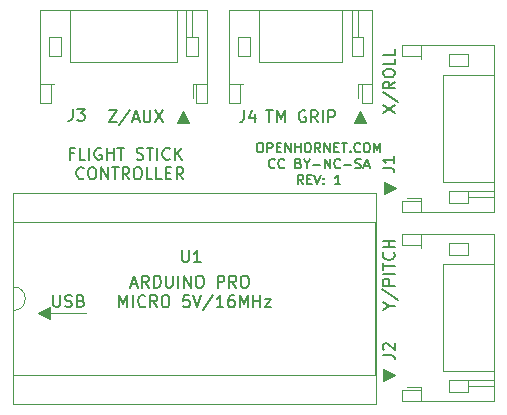
<source format=gbr>
%TF.GenerationSoftware,KiCad,Pcbnew,(5.1.9)-1*%
%TF.CreationDate,2021-10-16T13:54:30-06:00*%
%TF.ProjectId,stick_controller,73746963-6b5f-4636-9f6e-74726f6c6c65,rev?*%
%TF.SameCoordinates,Original*%
%TF.FileFunction,Legend,Top*%
%TF.FilePolarity,Positive*%
%FSLAX46Y46*%
G04 Gerber Fmt 4.6, Leading zero omitted, Abs format (unit mm)*
G04 Created by KiCad (PCBNEW (5.1.9)-1) date 2021-10-16 13:54:30*
%MOMM*%
%LPD*%
G01*
G04 APERTURE LIST*
%ADD10C,0.150000*%
%ADD11C,0.100000*%
%ADD12C,0.120000*%
G04 APERTURE END LIST*
D10*
X131452380Y-62211904D02*
X131604761Y-62211904D01*
X131680952Y-62250000D01*
X131757142Y-62326190D01*
X131795238Y-62478571D01*
X131795238Y-62745238D01*
X131757142Y-62897619D01*
X131680952Y-62973809D01*
X131604761Y-63011904D01*
X131452380Y-63011904D01*
X131376190Y-62973809D01*
X131300000Y-62897619D01*
X131261904Y-62745238D01*
X131261904Y-62478571D01*
X131300000Y-62326190D01*
X131376190Y-62250000D01*
X131452380Y-62211904D01*
X132138095Y-63011904D02*
X132138095Y-62211904D01*
X132442857Y-62211904D01*
X132519047Y-62250000D01*
X132557142Y-62288095D01*
X132595238Y-62364285D01*
X132595238Y-62478571D01*
X132557142Y-62554761D01*
X132519047Y-62592857D01*
X132442857Y-62630952D01*
X132138095Y-62630952D01*
X132938095Y-62592857D02*
X133204761Y-62592857D01*
X133319047Y-63011904D02*
X132938095Y-63011904D01*
X132938095Y-62211904D01*
X133319047Y-62211904D01*
X133661904Y-63011904D02*
X133661904Y-62211904D01*
X134119047Y-63011904D01*
X134119047Y-62211904D01*
X134500000Y-63011904D02*
X134500000Y-62211904D01*
X134500000Y-62592857D02*
X134957142Y-62592857D01*
X134957142Y-63011904D02*
X134957142Y-62211904D01*
X135490476Y-62211904D02*
X135642857Y-62211904D01*
X135719047Y-62250000D01*
X135795238Y-62326190D01*
X135833333Y-62478571D01*
X135833333Y-62745238D01*
X135795238Y-62897619D01*
X135719047Y-62973809D01*
X135642857Y-63011904D01*
X135490476Y-63011904D01*
X135414285Y-62973809D01*
X135338095Y-62897619D01*
X135300000Y-62745238D01*
X135300000Y-62478571D01*
X135338095Y-62326190D01*
X135414285Y-62250000D01*
X135490476Y-62211904D01*
X136633333Y-63011904D02*
X136366666Y-62630952D01*
X136176190Y-63011904D02*
X136176190Y-62211904D01*
X136480952Y-62211904D01*
X136557142Y-62250000D01*
X136595238Y-62288095D01*
X136633333Y-62364285D01*
X136633333Y-62478571D01*
X136595238Y-62554761D01*
X136557142Y-62592857D01*
X136480952Y-62630952D01*
X136176190Y-62630952D01*
X136976190Y-63011904D02*
X136976190Y-62211904D01*
X137433333Y-63011904D01*
X137433333Y-62211904D01*
X137814285Y-62592857D02*
X138080952Y-62592857D01*
X138195238Y-63011904D02*
X137814285Y-63011904D01*
X137814285Y-62211904D01*
X138195238Y-62211904D01*
X138423809Y-62211904D02*
X138880952Y-62211904D01*
X138652380Y-63011904D02*
X138652380Y-62211904D01*
X139147619Y-62935714D02*
X139185714Y-62973809D01*
X139147619Y-63011904D01*
X139109523Y-62973809D01*
X139147619Y-62935714D01*
X139147619Y-63011904D01*
X139985714Y-62935714D02*
X139947619Y-62973809D01*
X139833333Y-63011904D01*
X139757142Y-63011904D01*
X139642857Y-62973809D01*
X139566666Y-62897619D01*
X139528571Y-62821428D01*
X139490476Y-62669047D01*
X139490476Y-62554761D01*
X139528571Y-62402380D01*
X139566666Y-62326190D01*
X139642857Y-62250000D01*
X139757142Y-62211904D01*
X139833333Y-62211904D01*
X139947619Y-62250000D01*
X139985714Y-62288095D01*
X140480952Y-62211904D02*
X140633333Y-62211904D01*
X140709523Y-62250000D01*
X140785714Y-62326190D01*
X140823809Y-62478571D01*
X140823809Y-62745238D01*
X140785714Y-62897619D01*
X140709523Y-62973809D01*
X140633333Y-63011904D01*
X140480952Y-63011904D01*
X140404761Y-62973809D01*
X140328571Y-62897619D01*
X140290476Y-62745238D01*
X140290476Y-62478571D01*
X140328571Y-62326190D01*
X140404761Y-62250000D01*
X140480952Y-62211904D01*
X141166666Y-63011904D02*
X141166666Y-62211904D01*
X141433333Y-62783333D01*
X141700000Y-62211904D01*
X141700000Y-63011904D01*
X132766666Y-64285714D02*
X132728571Y-64323809D01*
X132614285Y-64361904D01*
X132538095Y-64361904D01*
X132423809Y-64323809D01*
X132347619Y-64247619D01*
X132309523Y-64171428D01*
X132271428Y-64019047D01*
X132271428Y-63904761D01*
X132309523Y-63752380D01*
X132347619Y-63676190D01*
X132423809Y-63600000D01*
X132538095Y-63561904D01*
X132614285Y-63561904D01*
X132728571Y-63600000D01*
X132766666Y-63638095D01*
X133566666Y-64285714D02*
X133528571Y-64323809D01*
X133414285Y-64361904D01*
X133338095Y-64361904D01*
X133223809Y-64323809D01*
X133147619Y-64247619D01*
X133109523Y-64171428D01*
X133071428Y-64019047D01*
X133071428Y-63904761D01*
X133109523Y-63752380D01*
X133147619Y-63676190D01*
X133223809Y-63600000D01*
X133338095Y-63561904D01*
X133414285Y-63561904D01*
X133528571Y-63600000D01*
X133566666Y-63638095D01*
X134785714Y-63942857D02*
X134900000Y-63980952D01*
X134938095Y-64019047D01*
X134976190Y-64095238D01*
X134976190Y-64209523D01*
X134938095Y-64285714D01*
X134900000Y-64323809D01*
X134823809Y-64361904D01*
X134519047Y-64361904D01*
X134519047Y-63561904D01*
X134785714Y-63561904D01*
X134861904Y-63600000D01*
X134900000Y-63638095D01*
X134938095Y-63714285D01*
X134938095Y-63790476D01*
X134900000Y-63866666D01*
X134861904Y-63904761D01*
X134785714Y-63942857D01*
X134519047Y-63942857D01*
X135471428Y-63980952D02*
X135471428Y-64361904D01*
X135204761Y-63561904D02*
X135471428Y-63980952D01*
X135738095Y-63561904D01*
X136004761Y-64057142D02*
X136614285Y-64057142D01*
X136995238Y-64361904D02*
X136995238Y-63561904D01*
X137452380Y-64361904D01*
X137452380Y-63561904D01*
X138290476Y-64285714D02*
X138252380Y-64323809D01*
X138138095Y-64361904D01*
X138061904Y-64361904D01*
X137947619Y-64323809D01*
X137871428Y-64247619D01*
X137833333Y-64171428D01*
X137795238Y-64019047D01*
X137795238Y-63904761D01*
X137833333Y-63752380D01*
X137871428Y-63676190D01*
X137947619Y-63600000D01*
X138061904Y-63561904D01*
X138138095Y-63561904D01*
X138252380Y-63600000D01*
X138290476Y-63638095D01*
X138633333Y-64057142D02*
X139242857Y-64057142D01*
X139585714Y-64323809D02*
X139700000Y-64361904D01*
X139890476Y-64361904D01*
X139966666Y-64323809D01*
X140004761Y-64285714D01*
X140042857Y-64209523D01*
X140042857Y-64133333D01*
X140004761Y-64057142D01*
X139966666Y-64019047D01*
X139890476Y-63980952D01*
X139738095Y-63942857D01*
X139661904Y-63904761D01*
X139623809Y-63866666D01*
X139585714Y-63790476D01*
X139585714Y-63714285D01*
X139623809Y-63638095D01*
X139661904Y-63600000D01*
X139738095Y-63561904D01*
X139928571Y-63561904D01*
X140042857Y-63600000D01*
X140347619Y-64133333D02*
X140728571Y-64133333D01*
X140271428Y-64361904D02*
X140538095Y-63561904D01*
X140804761Y-64361904D01*
X135166666Y-65711904D02*
X134900000Y-65330952D01*
X134709523Y-65711904D02*
X134709523Y-64911904D01*
X135014285Y-64911904D01*
X135090476Y-64950000D01*
X135128571Y-64988095D01*
X135166666Y-65064285D01*
X135166666Y-65178571D01*
X135128571Y-65254761D01*
X135090476Y-65292857D01*
X135014285Y-65330952D01*
X134709523Y-65330952D01*
X135509523Y-65292857D02*
X135776190Y-65292857D01*
X135890476Y-65711904D02*
X135509523Y-65711904D01*
X135509523Y-64911904D01*
X135890476Y-64911904D01*
X136119047Y-64911904D02*
X136385714Y-65711904D01*
X136652380Y-64911904D01*
X136919047Y-65635714D02*
X136957142Y-65673809D01*
X136919047Y-65711904D01*
X136880952Y-65673809D01*
X136919047Y-65635714D01*
X136919047Y-65711904D01*
X136919047Y-65216666D02*
X136957142Y-65254761D01*
X136919047Y-65292857D01*
X136880952Y-65254761D01*
X136919047Y-65216666D01*
X136919047Y-65292857D01*
X138328571Y-65711904D02*
X137871428Y-65711904D01*
X138100000Y-65711904D02*
X138100000Y-64911904D01*
X138023809Y-65026190D01*
X137947619Y-65102380D01*
X137871428Y-65140476D01*
X115738095Y-63103571D02*
X115404761Y-63103571D01*
X115404761Y-63627380D02*
X115404761Y-62627380D01*
X115880952Y-62627380D01*
X116738095Y-63627380D02*
X116261904Y-63627380D01*
X116261904Y-62627380D01*
X117071428Y-63627380D02*
X117071428Y-62627380D01*
X118071428Y-62675000D02*
X117976190Y-62627380D01*
X117833333Y-62627380D01*
X117690476Y-62675000D01*
X117595238Y-62770238D01*
X117547619Y-62865476D01*
X117500000Y-63055952D01*
X117500000Y-63198809D01*
X117547619Y-63389285D01*
X117595238Y-63484523D01*
X117690476Y-63579761D01*
X117833333Y-63627380D01*
X117928571Y-63627380D01*
X118071428Y-63579761D01*
X118119047Y-63532142D01*
X118119047Y-63198809D01*
X117928571Y-63198809D01*
X118547619Y-63627380D02*
X118547619Y-62627380D01*
X118547619Y-63103571D02*
X119119047Y-63103571D01*
X119119047Y-63627380D02*
X119119047Y-62627380D01*
X119452380Y-62627380D02*
X120023809Y-62627380D01*
X119738095Y-63627380D02*
X119738095Y-62627380D01*
X121071428Y-63579761D02*
X121214285Y-63627380D01*
X121452380Y-63627380D01*
X121547619Y-63579761D01*
X121595238Y-63532142D01*
X121642857Y-63436904D01*
X121642857Y-63341666D01*
X121595238Y-63246428D01*
X121547619Y-63198809D01*
X121452380Y-63151190D01*
X121261904Y-63103571D01*
X121166666Y-63055952D01*
X121119047Y-63008333D01*
X121071428Y-62913095D01*
X121071428Y-62817857D01*
X121119047Y-62722619D01*
X121166666Y-62675000D01*
X121261904Y-62627380D01*
X121500000Y-62627380D01*
X121642857Y-62675000D01*
X121928571Y-62627380D02*
X122500000Y-62627380D01*
X122214285Y-63627380D02*
X122214285Y-62627380D01*
X122833333Y-63627380D02*
X122833333Y-62627380D01*
X123880952Y-63532142D02*
X123833333Y-63579761D01*
X123690476Y-63627380D01*
X123595238Y-63627380D01*
X123452380Y-63579761D01*
X123357142Y-63484523D01*
X123309523Y-63389285D01*
X123261904Y-63198809D01*
X123261904Y-63055952D01*
X123309523Y-62865476D01*
X123357142Y-62770238D01*
X123452380Y-62675000D01*
X123595238Y-62627380D01*
X123690476Y-62627380D01*
X123833333Y-62675000D01*
X123880952Y-62722619D01*
X124309523Y-63627380D02*
X124309523Y-62627380D01*
X124880952Y-63627380D02*
X124452380Y-63055952D01*
X124880952Y-62627380D02*
X124309523Y-63198809D01*
X116595238Y-65182142D02*
X116547619Y-65229761D01*
X116404761Y-65277380D01*
X116309523Y-65277380D01*
X116166666Y-65229761D01*
X116071428Y-65134523D01*
X116023809Y-65039285D01*
X115976190Y-64848809D01*
X115976190Y-64705952D01*
X116023809Y-64515476D01*
X116071428Y-64420238D01*
X116166666Y-64325000D01*
X116309523Y-64277380D01*
X116404761Y-64277380D01*
X116547619Y-64325000D01*
X116595238Y-64372619D01*
X117214285Y-64277380D02*
X117404761Y-64277380D01*
X117500000Y-64325000D01*
X117595238Y-64420238D01*
X117642857Y-64610714D01*
X117642857Y-64944047D01*
X117595238Y-65134523D01*
X117500000Y-65229761D01*
X117404761Y-65277380D01*
X117214285Y-65277380D01*
X117119047Y-65229761D01*
X117023809Y-65134523D01*
X116976190Y-64944047D01*
X116976190Y-64610714D01*
X117023809Y-64420238D01*
X117119047Y-64325000D01*
X117214285Y-64277380D01*
X118071428Y-65277380D02*
X118071428Y-64277380D01*
X118642857Y-65277380D01*
X118642857Y-64277380D01*
X118976190Y-64277380D02*
X119547619Y-64277380D01*
X119261904Y-65277380D02*
X119261904Y-64277380D01*
X120452380Y-65277380D02*
X120119047Y-64801190D01*
X119880952Y-65277380D02*
X119880952Y-64277380D01*
X120261904Y-64277380D01*
X120357142Y-64325000D01*
X120404761Y-64372619D01*
X120452380Y-64467857D01*
X120452380Y-64610714D01*
X120404761Y-64705952D01*
X120357142Y-64753571D01*
X120261904Y-64801190D01*
X119880952Y-64801190D01*
X121071428Y-64277380D02*
X121261904Y-64277380D01*
X121357142Y-64325000D01*
X121452380Y-64420238D01*
X121500000Y-64610714D01*
X121500000Y-64944047D01*
X121452380Y-65134523D01*
X121357142Y-65229761D01*
X121261904Y-65277380D01*
X121071428Y-65277380D01*
X120976190Y-65229761D01*
X120880952Y-65134523D01*
X120833333Y-64944047D01*
X120833333Y-64610714D01*
X120880952Y-64420238D01*
X120976190Y-64325000D01*
X121071428Y-64277380D01*
X122404761Y-65277380D02*
X121928571Y-65277380D01*
X121928571Y-64277380D01*
X123214285Y-65277380D02*
X122738095Y-65277380D01*
X122738095Y-64277380D01*
X123547619Y-64753571D02*
X123880952Y-64753571D01*
X124023809Y-65277380D02*
X123547619Y-65277380D01*
X123547619Y-64277380D01*
X124023809Y-64277380D01*
X125023809Y-65277380D02*
X124690476Y-64801190D01*
X124452380Y-65277380D02*
X124452380Y-64277380D01*
X124833333Y-64277380D01*
X124928571Y-64325000D01*
X124976190Y-64372619D01*
X125023809Y-64467857D01*
X125023809Y-64610714D01*
X124976190Y-64705952D01*
X124928571Y-64753571D01*
X124833333Y-64801190D01*
X124452380Y-64801190D01*
D11*
G36*
X125500000Y-60500000D02*
G01*
X124500000Y-60500000D01*
X125000000Y-59500000D01*
X125500000Y-60500000D01*
G37*
X125500000Y-60500000D02*
X124500000Y-60500000D01*
X125000000Y-59500000D01*
X125500000Y-60500000D01*
G36*
X140500000Y-60500000D02*
G01*
X139500000Y-60500000D01*
X140000000Y-59500000D01*
X140500000Y-60500000D01*
G37*
X140500000Y-60500000D02*
X139500000Y-60500000D01*
X140000000Y-59500000D01*
X140500000Y-60500000D01*
G36*
X143000000Y-66000000D02*
G01*
X142000000Y-66500000D01*
X142000000Y-65500000D01*
X143000000Y-66000000D01*
G37*
X143000000Y-66000000D02*
X142000000Y-66500000D01*
X142000000Y-65500000D01*
X143000000Y-66000000D01*
G36*
X142976000Y-81830000D02*
G01*
X141976000Y-82330000D01*
X141976000Y-81330000D01*
X142976000Y-81830000D01*
G37*
X142976000Y-81830000D02*
X141976000Y-82330000D01*
X141976000Y-81330000D01*
X142976000Y-81830000D01*
D10*
X120642666Y-74171666D02*
X121118857Y-74171666D01*
X120547428Y-74457380D02*
X120880761Y-73457380D01*
X121214095Y-74457380D01*
X122118857Y-74457380D02*
X121785523Y-73981190D01*
X121547428Y-74457380D02*
X121547428Y-73457380D01*
X121928380Y-73457380D01*
X122023619Y-73505000D01*
X122071238Y-73552619D01*
X122118857Y-73647857D01*
X122118857Y-73790714D01*
X122071238Y-73885952D01*
X122023619Y-73933571D01*
X121928380Y-73981190D01*
X121547428Y-73981190D01*
X122547428Y-74457380D02*
X122547428Y-73457380D01*
X122785523Y-73457380D01*
X122928380Y-73505000D01*
X123023619Y-73600238D01*
X123071238Y-73695476D01*
X123118857Y-73885952D01*
X123118857Y-74028809D01*
X123071238Y-74219285D01*
X123023619Y-74314523D01*
X122928380Y-74409761D01*
X122785523Y-74457380D01*
X122547428Y-74457380D01*
X123547428Y-73457380D02*
X123547428Y-74266904D01*
X123595047Y-74362142D01*
X123642666Y-74409761D01*
X123737904Y-74457380D01*
X123928380Y-74457380D01*
X124023619Y-74409761D01*
X124071238Y-74362142D01*
X124118857Y-74266904D01*
X124118857Y-73457380D01*
X124595047Y-74457380D02*
X124595047Y-73457380D01*
X125071238Y-74457380D02*
X125071238Y-73457380D01*
X125642666Y-74457380D01*
X125642666Y-73457380D01*
X126309333Y-73457380D02*
X126499809Y-73457380D01*
X126595047Y-73505000D01*
X126690285Y-73600238D01*
X126737904Y-73790714D01*
X126737904Y-74124047D01*
X126690285Y-74314523D01*
X126595047Y-74409761D01*
X126499809Y-74457380D01*
X126309333Y-74457380D01*
X126214095Y-74409761D01*
X126118857Y-74314523D01*
X126071238Y-74124047D01*
X126071238Y-73790714D01*
X126118857Y-73600238D01*
X126214095Y-73505000D01*
X126309333Y-73457380D01*
X127928380Y-74457380D02*
X127928380Y-73457380D01*
X128309333Y-73457380D01*
X128404571Y-73505000D01*
X128452190Y-73552619D01*
X128499809Y-73647857D01*
X128499809Y-73790714D01*
X128452190Y-73885952D01*
X128404571Y-73933571D01*
X128309333Y-73981190D01*
X127928380Y-73981190D01*
X129499809Y-74457380D02*
X129166476Y-73981190D01*
X128928380Y-74457380D02*
X128928380Y-73457380D01*
X129309333Y-73457380D01*
X129404571Y-73505000D01*
X129452190Y-73552619D01*
X129499809Y-73647857D01*
X129499809Y-73790714D01*
X129452190Y-73885952D01*
X129404571Y-73933571D01*
X129309333Y-73981190D01*
X128928380Y-73981190D01*
X130118857Y-73457380D02*
X130309333Y-73457380D01*
X130404571Y-73505000D01*
X130499809Y-73600238D01*
X130547428Y-73790714D01*
X130547428Y-74124047D01*
X130499809Y-74314523D01*
X130404571Y-74409761D01*
X130309333Y-74457380D01*
X130118857Y-74457380D01*
X130023619Y-74409761D01*
X129928380Y-74314523D01*
X129880761Y-74124047D01*
X129880761Y-73790714D01*
X129928380Y-73600238D01*
X130023619Y-73505000D01*
X130118857Y-73457380D01*
X119618857Y-76107380D02*
X119618857Y-75107380D01*
X119952190Y-75821666D01*
X120285523Y-75107380D01*
X120285523Y-76107380D01*
X120761714Y-76107380D02*
X120761714Y-75107380D01*
X121809333Y-76012142D02*
X121761714Y-76059761D01*
X121618857Y-76107380D01*
X121523619Y-76107380D01*
X121380761Y-76059761D01*
X121285523Y-75964523D01*
X121237904Y-75869285D01*
X121190285Y-75678809D01*
X121190285Y-75535952D01*
X121237904Y-75345476D01*
X121285523Y-75250238D01*
X121380761Y-75155000D01*
X121523619Y-75107380D01*
X121618857Y-75107380D01*
X121761714Y-75155000D01*
X121809333Y-75202619D01*
X122809333Y-76107380D02*
X122476000Y-75631190D01*
X122237904Y-76107380D02*
X122237904Y-75107380D01*
X122618857Y-75107380D01*
X122714095Y-75155000D01*
X122761714Y-75202619D01*
X122809333Y-75297857D01*
X122809333Y-75440714D01*
X122761714Y-75535952D01*
X122714095Y-75583571D01*
X122618857Y-75631190D01*
X122237904Y-75631190D01*
X123428380Y-75107380D02*
X123618857Y-75107380D01*
X123714095Y-75155000D01*
X123809333Y-75250238D01*
X123856952Y-75440714D01*
X123856952Y-75774047D01*
X123809333Y-75964523D01*
X123714095Y-76059761D01*
X123618857Y-76107380D01*
X123428380Y-76107380D01*
X123333142Y-76059761D01*
X123237904Y-75964523D01*
X123190285Y-75774047D01*
X123190285Y-75440714D01*
X123237904Y-75250238D01*
X123333142Y-75155000D01*
X123428380Y-75107380D01*
X125523619Y-75107380D02*
X125047428Y-75107380D01*
X124999809Y-75583571D01*
X125047428Y-75535952D01*
X125142666Y-75488333D01*
X125380761Y-75488333D01*
X125476000Y-75535952D01*
X125523619Y-75583571D01*
X125571238Y-75678809D01*
X125571238Y-75916904D01*
X125523619Y-76012142D01*
X125476000Y-76059761D01*
X125380761Y-76107380D01*
X125142666Y-76107380D01*
X125047428Y-76059761D01*
X124999809Y-76012142D01*
X125856952Y-75107380D02*
X126190285Y-76107380D01*
X126523619Y-75107380D01*
X127571238Y-75059761D02*
X126714095Y-76345476D01*
X128428380Y-76107380D02*
X127856952Y-76107380D01*
X128142666Y-76107380D02*
X128142666Y-75107380D01*
X128047428Y-75250238D01*
X127952190Y-75345476D01*
X127856952Y-75393095D01*
X129285523Y-75107380D02*
X129095047Y-75107380D01*
X128999809Y-75155000D01*
X128952190Y-75202619D01*
X128856952Y-75345476D01*
X128809333Y-75535952D01*
X128809333Y-75916904D01*
X128856952Y-76012142D01*
X128904571Y-76059761D01*
X128999809Y-76107380D01*
X129190285Y-76107380D01*
X129285523Y-76059761D01*
X129333142Y-76012142D01*
X129380761Y-75916904D01*
X129380761Y-75678809D01*
X129333142Y-75583571D01*
X129285523Y-75535952D01*
X129190285Y-75488333D01*
X128999809Y-75488333D01*
X128904571Y-75535952D01*
X128856952Y-75583571D01*
X128809333Y-75678809D01*
X129809333Y-76107380D02*
X129809333Y-75107380D01*
X130142666Y-75821666D01*
X130476000Y-75107380D01*
X130476000Y-76107380D01*
X130952190Y-76107380D02*
X130952190Y-75107380D01*
X130952190Y-75583571D02*
X131523619Y-75583571D01*
X131523619Y-76107380D02*
X131523619Y-75107380D01*
X131904571Y-75440714D02*
X132428380Y-75440714D01*
X131904571Y-76107380D01*
X132428380Y-76107380D01*
D11*
G36*
X113754000Y-77084000D02*
G01*
X112754000Y-76584000D01*
X113754000Y-76084000D01*
X113754000Y-77084000D01*
G37*
X113754000Y-77084000D02*
X112754000Y-76584000D01*
X113754000Y-76084000D01*
X113754000Y-77084000D01*
D12*
X113754000Y-76584000D02*
X116754000Y-76584000D01*
D10*
X114020095Y-75104380D02*
X114020095Y-75913904D01*
X114067714Y-76009142D01*
X114115333Y-76056761D01*
X114210571Y-76104380D01*
X114401047Y-76104380D01*
X114496285Y-76056761D01*
X114543904Y-76009142D01*
X114591523Y-75913904D01*
X114591523Y-75104380D01*
X115020095Y-76056761D02*
X115162952Y-76104380D01*
X115401047Y-76104380D01*
X115496285Y-76056761D01*
X115543904Y-76009142D01*
X115591523Y-75913904D01*
X115591523Y-75818666D01*
X115543904Y-75723428D01*
X115496285Y-75675809D01*
X115401047Y-75628190D01*
X115210571Y-75580571D01*
X115115333Y-75532952D01*
X115067714Y-75485333D01*
X115020095Y-75390095D01*
X115020095Y-75294857D01*
X115067714Y-75199619D01*
X115115333Y-75152000D01*
X115210571Y-75104380D01*
X115448666Y-75104380D01*
X115591523Y-75152000D01*
X116353428Y-75580571D02*
X116496285Y-75628190D01*
X116543904Y-75675809D01*
X116591523Y-75771047D01*
X116591523Y-75913904D01*
X116543904Y-76009142D01*
X116496285Y-76056761D01*
X116401047Y-76104380D01*
X116020095Y-76104380D01*
X116020095Y-75104380D01*
X116353428Y-75104380D01*
X116448666Y-75152000D01*
X116496285Y-75199619D01*
X116543904Y-75294857D01*
X116543904Y-75390095D01*
X116496285Y-75485333D01*
X116448666Y-75532952D01*
X116353428Y-75580571D01*
X116020095Y-75580571D01*
D12*
%TO.C,U1*%
X110590000Y-66448000D02*
X110590000Y-84348000D01*
X141310000Y-66448000D02*
X110590000Y-66448000D01*
X141310000Y-84348000D02*
X141310000Y-66448000D01*
X110590000Y-84348000D02*
X141310000Y-84348000D01*
X110650000Y-68938000D02*
X110650000Y-74398000D01*
X141250000Y-68938000D02*
X110650000Y-68938000D01*
X141250000Y-81858000D02*
X141250000Y-68938000D01*
X110650000Y-81858000D02*
X141250000Y-81858000D01*
X110650000Y-76398000D02*
X110650000Y-81858000D01*
X110650000Y-74398000D02*
G75*
G02*
X110650000Y-76398000I0J-1000000D01*
G01*
%TO.C,J4*%
X139836000Y-57190000D02*
X139836000Y-58405000D01*
X139776000Y-53230000D02*
X139776000Y-50970000D01*
X139276000Y-53230000D02*
X139276000Y-50970000D01*
X130676000Y-54830000D02*
X129676000Y-54830000D01*
X130676000Y-53230000D02*
X130676000Y-54830000D01*
X129676000Y-53230000D02*
X130676000Y-53230000D01*
X129676000Y-54830000D02*
X129676000Y-53230000D01*
X139276000Y-54830000D02*
X140276000Y-54830000D01*
X139276000Y-53230000D02*
X139276000Y-54830000D01*
X140276000Y-53230000D02*
X139276000Y-53230000D01*
X140276000Y-54830000D02*
X140276000Y-53230000D01*
X128916000Y-57190000D02*
X129836000Y-57190000D01*
X141036000Y-57190000D02*
X140116000Y-57190000D01*
X131476000Y-55330000D02*
X131476000Y-50970000D01*
X138476000Y-55330000D02*
X131476000Y-55330000D01*
X138476000Y-50970000D02*
X138476000Y-55330000D01*
X129836000Y-57190000D02*
X130116000Y-57190000D01*
X129836000Y-58790000D02*
X129836000Y-57190000D01*
X128916000Y-58790000D02*
X129836000Y-58790000D01*
X128916000Y-50970000D02*
X128916000Y-58790000D01*
X141036000Y-50970000D02*
X128916000Y-50970000D01*
X141036000Y-58790000D02*
X141036000Y-50970000D01*
X140116000Y-58790000D02*
X141036000Y-58790000D01*
X140116000Y-57190000D02*
X140116000Y-58790000D01*
X139836000Y-57190000D02*
X140116000Y-57190000D01*
%TO.C,J3*%
X125836000Y-57190000D02*
X125836000Y-58405000D01*
X125776000Y-53230000D02*
X125776000Y-50970000D01*
X125276000Y-53230000D02*
X125276000Y-50970000D01*
X114676000Y-54830000D02*
X113676000Y-54830000D01*
X114676000Y-53230000D02*
X114676000Y-54830000D01*
X113676000Y-53230000D02*
X114676000Y-53230000D01*
X113676000Y-54830000D02*
X113676000Y-53230000D01*
X125276000Y-54830000D02*
X126276000Y-54830000D01*
X125276000Y-53230000D02*
X125276000Y-54830000D01*
X126276000Y-53230000D02*
X125276000Y-53230000D01*
X126276000Y-54830000D02*
X126276000Y-53230000D01*
X112916000Y-57190000D02*
X113836000Y-57190000D01*
X127036000Y-57190000D02*
X126116000Y-57190000D01*
X115476000Y-55330000D02*
X115476000Y-50970000D01*
X124476000Y-55330000D02*
X115476000Y-55330000D01*
X124476000Y-50970000D02*
X124476000Y-55330000D01*
X113836000Y-57190000D02*
X114116000Y-57190000D01*
X113836000Y-58790000D02*
X113836000Y-57190000D01*
X112916000Y-58790000D02*
X113836000Y-58790000D01*
X112916000Y-50970000D02*
X112916000Y-58790000D01*
X127036000Y-50970000D02*
X112916000Y-50970000D01*
X127036000Y-58790000D02*
X127036000Y-50970000D01*
X126116000Y-58790000D02*
X127036000Y-58790000D01*
X126116000Y-57190000D02*
X126116000Y-58790000D01*
X125836000Y-57190000D02*
X126116000Y-57190000D01*
%TO.C,J2*%
X145140000Y-82860000D02*
X143925000Y-82860000D01*
X149100000Y-82800000D02*
X151360000Y-82800000D01*
X149100000Y-82300000D02*
X151360000Y-82300000D01*
X147500000Y-71700000D02*
X147500000Y-70700000D01*
X149100000Y-71700000D02*
X147500000Y-71700000D01*
X149100000Y-70700000D02*
X149100000Y-71700000D01*
X147500000Y-70700000D02*
X149100000Y-70700000D01*
X147500000Y-82300000D02*
X147500000Y-83300000D01*
X149100000Y-82300000D02*
X147500000Y-82300000D01*
X149100000Y-83300000D02*
X149100000Y-82300000D01*
X147500000Y-83300000D02*
X149100000Y-83300000D01*
X145140000Y-69940000D02*
X145140000Y-70860000D01*
X145140000Y-84060000D02*
X145140000Y-83140000D01*
X147000000Y-72500000D02*
X151360000Y-72500000D01*
X147000000Y-81500000D02*
X147000000Y-72500000D01*
X151360000Y-81500000D02*
X147000000Y-81500000D01*
X145140000Y-70860000D02*
X145140000Y-71140000D01*
X143540000Y-70860000D02*
X145140000Y-70860000D01*
X143540000Y-69940000D02*
X143540000Y-70860000D01*
X151360000Y-69940000D02*
X143540000Y-69940000D01*
X151360000Y-84060000D02*
X151360000Y-69940000D01*
X143540000Y-84060000D02*
X151360000Y-84060000D01*
X143540000Y-83140000D02*
X143540000Y-84060000D01*
X145140000Y-83140000D02*
X143540000Y-83140000D01*
X145140000Y-82860000D02*
X145140000Y-83140000D01*
%TO.C,J1*%
X145140000Y-66860000D02*
X143925000Y-66860000D01*
X149100000Y-66800000D02*
X151360000Y-66800000D01*
X149100000Y-66300000D02*
X151360000Y-66300000D01*
X147500000Y-55700000D02*
X147500000Y-54700000D01*
X149100000Y-55700000D02*
X147500000Y-55700000D01*
X149100000Y-54700000D02*
X149100000Y-55700000D01*
X147500000Y-54700000D02*
X149100000Y-54700000D01*
X147500000Y-66300000D02*
X147500000Y-67300000D01*
X149100000Y-66300000D02*
X147500000Y-66300000D01*
X149100000Y-67300000D02*
X149100000Y-66300000D01*
X147500000Y-67300000D02*
X149100000Y-67300000D01*
X145140000Y-53940000D02*
X145140000Y-54860000D01*
X145140000Y-68060000D02*
X145140000Y-67140000D01*
X147000000Y-56500000D02*
X151360000Y-56500000D01*
X147000000Y-65500000D02*
X147000000Y-56500000D01*
X151360000Y-65500000D02*
X147000000Y-65500000D01*
X145140000Y-54860000D02*
X145140000Y-55140000D01*
X143540000Y-54860000D02*
X145140000Y-54860000D01*
X143540000Y-53940000D02*
X143540000Y-54860000D01*
X151360000Y-53940000D02*
X143540000Y-53940000D01*
X151360000Y-68060000D02*
X151360000Y-53940000D01*
X143540000Y-68060000D02*
X151360000Y-68060000D01*
X143540000Y-67140000D02*
X143540000Y-68060000D01*
X145140000Y-67140000D02*
X143540000Y-67140000D01*
X145140000Y-66860000D02*
X145140000Y-67140000D01*
%TO.C,U1*%
D10*
X124934095Y-71294380D02*
X124934095Y-72103904D01*
X124981714Y-72199142D01*
X125029333Y-72246761D01*
X125124571Y-72294380D01*
X125315047Y-72294380D01*
X125410285Y-72246761D01*
X125457904Y-72199142D01*
X125505523Y-72103904D01*
X125505523Y-71294380D01*
X126505523Y-72294380D02*
X125934095Y-72294380D01*
X126219809Y-72294380D02*
X126219809Y-71294380D01*
X126124571Y-71437238D01*
X126029333Y-71532476D01*
X125934095Y-71580095D01*
%TO.C,J4*%
X130166666Y-59452380D02*
X130166666Y-60166666D01*
X130119047Y-60309523D01*
X130023809Y-60404761D01*
X129880952Y-60452380D01*
X129785714Y-60452380D01*
X131071428Y-59785714D02*
X131071428Y-60452380D01*
X130833333Y-59404761D02*
X130595238Y-60119047D01*
X131214285Y-60119047D01*
X132023809Y-59452380D02*
X132595238Y-59452380D01*
X132309523Y-60452380D02*
X132309523Y-59452380D01*
X132928571Y-60452380D02*
X132928571Y-59452380D01*
X133261904Y-60166666D01*
X133595238Y-59452380D01*
X133595238Y-60452380D01*
X135357142Y-59500000D02*
X135261904Y-59452380D01*
X135119047Y-59452380D01*
X134976190Y-59500000D01*
X134880952Y-59595238D01*
X134833333Y-59690476D01*
X134785714Y-59880952D01*
X134785714Y-60023809D01*
X134833333Y-60214285D01*
X134880952Y-60309523D01*
X134976190Y-60404761D01*
X135119047Y-60452380D01*
X135214285Y-60452380D01*
X135357142Y-60404761D01*
X135404761Y-60357142D01*
X135404761Y-60023809D01*
X135214285Y-60023809D01*
X136404761Y-60452380D02*
X136071428Y-59976190D01*
X135833333Y-60452380D02*
X135833333Y-59452380D01*
X136214285Y-59452380D01*
X136309523Y-59500000D01*
X136357142Y-59547619D01*
X136404761Y-59642857D01*
X136404761Y-59785714D01*
X136357142Y-59880952D01*
X136309523Y-59928571D01*
X136214285Y-59976190D01*
X135833333Y-59976190D01*
X136833333Y-60452380D02*
X136833333Y-59452380D01*
X137309523Y-60452380D02*
X137309523Y-59452380D01*
X137690476Y-59452380D01*
X137785714Y-59500000D01*
X137833333Y-59547619D01*
X137880952Y-59642857D01*
X137880952Y-59785714D01*
X137833333Y-59880952D01*
X137785714Y-59928571D01*
X137690476Y-59976190D01*
X137309523Y-59976190D01*
%TO.C,J3*%
X115666666Y-59332380D02*
X115666666Y-60046666D01*
X115619047Y-60189523D01*
X115523809Y-60284761D01*
X115380952Y-60332380D01*
X115285714Y-60332380D01*
X116047619Y-59332380D02*
X116666666Y-59332380D01*
X116333333Y-59713333D01*
X116476190Y-59713333D01*
X116571428Y-59760952D01*
X116619047Y-59808571D01*
X116666666Y-59903809D01*
X116666666Y-60141904D01*
X116619047Y-60237142D01*
X116571428Y-60284761D01*
X116476190Y-60332380D01*
X116190476Y-60332380D01*
X116095238Y-60284761D01*
X116047619Y-60237142D01*
X118714285Y-59452380D02*
X119380952Y-59452380D01*
X118714285Y-60452380D01*
X119380952Y-60452380D01*
X120476190Y-59404761D02*
X119619047Y-60690476D01*
X120761904Y-60166666D02*
X121238095Y-60166666D01*
X120666666Y-60452380D02*
X121000000Y-59452380D01*
X121333333Y-60452380D01*
X121666666Y-59452380D02*
X121666666Y-60261904D01*
X121714285Y-60357142D01*
X121761904Y-60404761D01*
X121857142Y-60452380D01*
X122047619Y-60452380D01*
X122142857Y-60404761D01*
X122190476Y-60357142D01*
X122238095Y-60261904D01*
X122238095Y-59452380D01*
X122619047Y-59452380D02*
X123285714Y-60452380D01*
X123285714Y-59452380D02*
X122619047Y-60452380D01*
%TO.C,J2*%
X141928380Y-80163333D02*
X142642666Y-80163333D01*
X142785523Y-80210952D01*
X142880761Y-80306190D01*
X142928380Y-80449047D01*
X142928380Y-80544285D01*
X142023619Y-79734761D02*
X141976000Y-79687142D01*
X141928380Y-79591904D01*
X141928380Y-79353809D01*
X141976000Y-79258571D01*
X142023619Y-79210952D01*
X142118857Y-79163333D01*
X142214095Y-79163333D01*
X142356952Y-79210952D01*
X142928380Y-79782380D01*
X142928380Y-79163333D01*
X142452190Y-75996666D02*
X142928380Y-75996666D01*
X141928380Y-76330000D02*
X142452190Y-75996666D01*
X141928380Y-75663333D01*
X141880761Y-74615714D02*
X143166476Y-75472857D01*
X142928380Y-74282380D02*
X141928380Y-74282380D01*
X141928380Y-73901428D01*
X141976000Y-73806190D01*
X142023619Y-73758571D01*
X142118857Y-73710952D01*
X142261714Y-73710952D01*
X142356952Y-73758571D01*
X142404571Y-73806190D01*
X142452190Y-73901428D01*
X142452190Y-74282380D01*
X142928380Y-73282380D02*
X141928380Y-73282380D01*
X141928380Y-72949047D02*
X141928380Y-72377619D01*
X142928380Y-72663333D02*
X141928380Y-72663333D01*
X142833142Y-71472857D02*
X142880761Y-71520476D01*
X142928380Y-71663333D01*
X142928380Y-71758571D01*
X142880761Y-71901428D01*
X142785523Y-71996666D01*
X142690285Y-72044285D01*
X142499809Y-72091904D01*
X142356952Y-72091904D01*
X142166476Y-72044285D01*
X142071238Y-71996666D01*
X141976000Y-71901428D01*
X141928380Y-71758571D01*
X141928380Y-71663333D01*
X141976000Y-71520476D01*
X142023619Y-71472857D01*
X142928380Y-71044285D02*
X141928380Y-71044285D01*
X142404571Y-71044285D02*
X142404571Y-70472857D01*
X142928380Y-70472857D02*
X141928380Y-70472857D01*
%TO.C,J1*%
X141902380Y-64333333D02*
X142616666Y-64333333D01*
X142759523Y-64380952D01*
X142854761Y-64476190D01*
X142902380Y-64619047D01*
X142902380Y-64714285D01*
X142902380Y-63333333D02*
X142902380Y-63904761D01*
X142902380Y-63619047D02*
X141902380Y-63619047D01*
X142045238Y-63714285D01*
X142140476Y-63809523D01*
X142188095Y-63904761D01*
X141952380Y-59690476D02*
X142952380Y-59023809D01*
X141952380Y-59023809D02*
X142952380Y-59690476D01*
X141904761Y-57928571D02*
X143190476Y-58785714D01*
X142952380Y-57023809D02*
X142476190Y-57357142D01*
X142952380Y-57595238D02*
X141952380Y-57595238D01*
X141952380Y-57214285D01*
X142000000Y-57119047D01*
X142047619Y-57071428D01*
X142142857Y-57023809D01*
X142285714Y-57023809D01*
X142380952Y-57071428D01*
X142428571Y-57119047D01*
X142476190Y-57214285D01*
X142476190Y-57595238D01*
X141952380Y-56404761D02*
X141952380Y-56214285D01*
X142000000Y-56119047D01*
X142095238Y-56023809D01*
X142285714Y-55976190D01*
X142619047Y-55976190D01*
X142809523Y-56023809D01*
X142904761Y-56119047D01*
X142952380Y-56214285D01*
X142952380Y-56404761D01*
X142904761Y-56500000D01*
X142809523Y-56595238D01*
X142619047Y-56642857D01*
X142285714Y-56642857D01*
X142095238Y-56595238D01*
X142000000Y-56500000D01*
X141952380Y-56404761D01*
X142952380Y-55071428D02*
X142952380Y-55547619D01*
X141952380Y-55547619D01*
X142952380Y-54261904D02*
X142952380Y-54738095D01*
X141952380Y-54738095D01*
%TD*%
M02*

</source>
